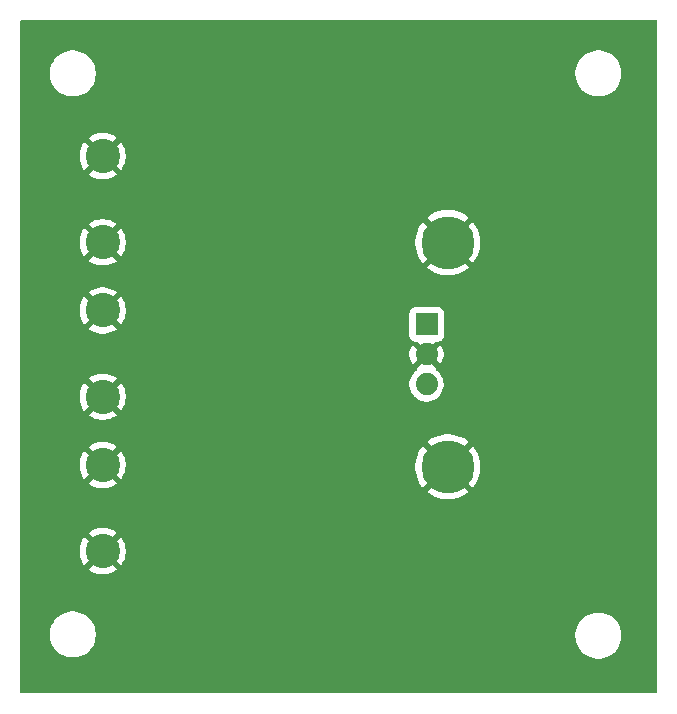
<source format=gbr>
%TF.GenerationSoftware,KiCad,Pcbnew,9.0.5*%
%TF.CreationDate,2026-01-09T15:49:09-08:00*%
%TF.ProjectId,Linear_Voltage_Regulator,4c696e65-6172-45f5-966f-6c746167655f,rev?*%
%TF.SameCoordinates,Original*%
%TF.FileFunction,Copper,L2,Bot*%
%TF.FilePolarity,Positive*%
%FSLAX46Y46*%
G04 Gerber Fmt 4.6, Leading zero omitted, Abs format (unit mm)*
G04 Created by KiCad (PCBNEW 9.0.5) date 2026-01-09 15:49:09*
%MOMM*%
%LPD*%
G01*
G04 APERTURE LIST*
%TA.AperFunction,ComponentPad*%
%ADD10C,2.910000*%
%TD*%
%TA.AperFunction,ComponentPad*%
%ADD11R,1.890000X1.890000*%
%TD*%
%TA.AperFunction,ComponentPad*%
%ADD12C,1.890000*%
%TD*%
%TA.AperFunction,ComponentPad*%
%ADD13C,4.500000*%
%TD*%
%TA.AperFunction,ViaPad*%
%ADD14C,0.600000*%
%TD*%
G04 APERTURE END LIST*
D10*
%TO.P,J3,4,4*%
%TO.N,GND*%
X135030000Y-107650000D03*
%TO.P,J3,3,3*%
X135030000Y-114950000D03*
%TD*%
%TO.P,J1,3,3*%
%TO.N,GND*%
X135030000Y-88800000D03*
%TO.P,J1,4,4*%
X135030000Y-81500000D03*
%TD*%
D11*
%TO.P,IC1,1,INPUT*%
%TO.N,Net-(IC1-INPUT)*%
X162450000Y-95760000D03*
D12*
%TO.P,IC1,2,COMMON*%
%TO.N,GND*%
X162450000Y-98300000D03*
%TO.P,IC1,3,OUTPUT*%
%TO.N,Net-(IC1-OUTPUT)*%
X162450000Y-100840000D03*
%TD*%
D10*
%TO.P,J2,3,3*%
%TO.N,GND*%
X135030000Y-101875000D03*
%TO.P,J2,4,4*%
X135030000Y-94575000D03*
%TD*%
D13*
%TO.P,U1,1,1*%
%TO.N,GND*%
X164259234Y-88821475D03*
%TO.P,U1,2,2*%
X164259234Y-107821475D03*
%TD*%
D14*
%TO.N,GND*%
X177000000Y-99588240D03*
X165970580Y-74500000D03*
X144205880Y-74500000D03*
X150735290Y-74500000D03*
X152911760Y-74500000D03*
X157764700Y-122000000D03*
X168647050Y-122000000D03*
X173000000Y-122000000D03*
X177000000Y-101764710D03*
X177000000Y-97411770D03*
X163794110Y-74500000D03*
X166470580Y-122000000D03*
X137676470Y-74500000D03*
X159941170Y-122000000D03*
X170823520Y-122000000D03*
X177000000Y-114823530D03*
X177000000Y-108294120D03*
X177000000Y-110470590D03*
X146500000Y-105500000D03*
X177000000Y-86529420D03*
X177000000Y-80000000D03*
X168147050Y-74500000D03*
X139852940Y-74500000D03*
X177000000Y-82176480D03*
X157264700Y-74500000D03*
X177000000Y-112647060D03*
X148558820Y-74500000D03*
X177000000Y-90882360D03*
X142029410Y-74500000D03*
X146500000Y-107500000D03*
X155088230Y-74500000D03*
X177000000Y-103941180D03*
X177000000Y-117000000D03*
X136000000Y-122000000D03*
X135500000Y-74500000D03*
X170323520Y-74500000D03*
X164294110Y-122000000D03*
X140352940Y-122000000D03*
X177000000Y-95235300D03*
X161617640Y-74500000D03*
X144705880Y-122000000D03*
X138176470Y-122000000D03*
X146500000Y-103500000D03*
X177000000Y-106117650D03*
X159441170Y-74500000D03*
X177000000Y-88705890D03*
X177000000Y-93058830D03*
X177000000Y-84352950D03*
X162117640Y-122000000D03*
X172500000Y-74500000D03*
X146382350Y-74500000D03*
X155588230Y-122000000D03*
X142529410Y-122000000D03*
%TD*%
%TA.AperFunction,Conductor*%
%TO.N,GND*%
G36*
X181942539Y-70020185D02*
G01*
X181988294Y-70072989D01*
X181999500Y-70124500D01*
X181999500Y-126875500D01*
X181979815Y-126942539D01*
X181927011Y-126988294D01*
X181875500Y-126999500D01*
X128124500Y-126999500D01*
X128057461Y-126979815D01*
X128011706Y-126927011D01*
X128000500Y-126875500D01*
X128000500Y-121872149D01*
X130549500Y-121872149D01*
X130549500Y-122127850D01*
X130562665Y-122227843D01*
X130582874Y-122381340D01*
X130609669Y-122481340D01*
X130649050Y-122628312D01*
X130649053Y-122628322D01*
X130746894Y-122864531D01*
X130746899Y-122864542D01*
X130874734Y-123085957D01*
X130874745Y-123085973D01*
X131030388Y-123288811D01*
X131030394Y-123288818D01*
X131211181Y-123469605D01*
X131211187Y-123469610D01*
X131414035Y-123625261D01*
X131414042Y-123625265D01*
X131635457Y-123753100D01*
X131635462Y-123753102D01*
X131635465Y-123753104D01*
X131871687Y-123850950D01*
X132118660Y-123917126D01*
X132372157Y-123950500D01*
X132372164Y-123950500D01*
X132627836Y-123950500D01*
X132627843Y-123950500D01*
X132881340Y-123917126D01*
X133128313Y-123850950D01*
X133364535Y-123753104D01*
X133585965Y-123625261D01*
X133788813Y-123469610D01*
X133969610Y-123288813D01*
X134125261Y-123085965D01*
X134253104Y-122864535D01*
X134350950Y-122628313D01*
X134417126Y-122381340D01*
X134450500Y-122127843D01*
X134450500Y-121972149D01*
X175049500Y-121972149D01*
X175049500Y-122227850D01*
X175075457Y-122425007D01*
X175082874Y-122481340D01*
X175122258Y-122628322D01*
X175149050Y-122728312D01*
X175149053Y-122728322D01*
X175246894Y-122964531D01*
X175246899Y-122964542D01*
X175374734Y-123185957D01*
X175374745Y-123185973D01*
X175530388Y-123388811D01*
X175530394Y-123388818D01*
X175711181Y-123569605D01*
X175711188Y-123569611D01*
X175783713Y-123625261D01*
X175914035Y-123725261D01*
X175914042Y-123725265D01*
X176135457Y-123853100D01*
X176135462Y-123853102D01*
X176135465Y-123853104D01*
X176284426Y-123914805D01*
X176370600Y-123950500D01*
X176371687Y-123950950D01*
X176618660Y-124017126D01*
X176872157Y-124050500D01*
X176872164Y-124050500D01*
X177127836Y-124050500D01*
X177127843Y-124050500D01*
X177381340Y-124017126D01*
X177628313Y-123950950D01*
X177864535Y-123853104D01*
X178085965Y-123725261D01*
X178288813Y-123569610D01*
X178469610Y-123388813D01*
X178625261Y-123185965D01*
X178753104Y-122964535D01*
X178850950Y-122728313D01*
X178917126Y-122481340D01*
X178950500Y-122227843D01*
X178950500Y-121972157D01*
X178917126Y-121718660D01*
X178850950Y-121471687D01*
X178820280Y-121397644D01*
X178753105Y-121235468D01*
X178753100Y-121235457D01*
X178625265Y-121014042D01*
X178625261Y-121014035D01*
X178469610Y-120811187D01*
X178469605Y-120811181D01*
X178288818Y-120630394D01*
X178288811Y-120630388D01*
X178085973Y-120474745D01*
X178085971Y-120474743D01*
X178085965Y-120474739D01*
X178085960Y-120474736D01*
X178085957Y-120474734D01*
X177864542Y-120346899D01*
X177864531Y-120346894D01*
X177628322Y-120249053D01*
X177628315Y-120249051D01*
X177628313Y-120249050D01*
X177381340Y-120182874D01*
X177325007Y-120175457D01*
X177127850Y-120149500D01*
X177127843Y-120149500D01*
X176872157Y-120149500D01*
X176872149Y-120149500D01*
X176646826Y-120179165D01*
X176618660Y-120182874D01*
X176379733Y-120246894D01*
X176371687Y-120249050D01*
X176371677Y-120249053D01*
X176135468Y-120346894D01*
X176135457Y-120346899D01*
X175914042Y-120474734D01*
X175914026Y-120474745D01*
X175711188Y-120630388D01*
X175711181Y-120630394D01*
X175530394Y-120811181D01*
X175530388Y-120811188D01*
X175374745Y-121014026D01*
X175374734Y-121014042D01*
X175246899Y-121235457D01*
X175246894Y-121235468D01*
X175149053Y-121471677D01*
X175149050Y-121471687D01*
X175082874Y-121718661D01*
X175049500Y-121972149D01*
X134450500Y-121972149D01*
X134450500Y-121872157D01*
X134417126Y-121618660D01*
X134350950Y-121371687D01*
X134253104Y-121135465D01*
X134253102Y-121135462D01*
X134253100Y-121135457D01*
X134125265Y-120914042D01*
X134125261Y-120914035D01*
X133969610Y-120711187D01*
X133969605Y-120711181D01*
X133788818Y-120530394D01*
X133788811Y-120530388D01*
X133585973Y-120374745D01*
X133585971Y-120374743D01*
X133585965Y-120374739D01*
X133585960Y-120374736D01*
X133585957Y-120374734D01*
X133364542Y-120246899D01*
X133364531Y-120246894D01*
X133128322Y-120149053D01*
X133128315Y-120149051D01*
X133128313Y-120149050D01*
X132881340Y-120082874D01*
X132825007Y-120075457D01*
X132627850Y-120049500D01*
X132627843Y-120049500D01*
X132372157Y-120049500D01*
X132372149Y-120049500D01*
X132146826Y-120079165D01*
X132118660Y-120082874D01*
X131871687Y-120149050D01*
X131871677Y-120149053D01*
X131635468Y-120246894D01*
X131635457Y-120246899D01*
X131414042Y-120374734D01*
X131414026Y-120374745D01*
X131211188Y-120530388D01*
X131211181Y-120530394D01*
X131030394Y-120711181D01*
X131030388Y-120711188D01*
X130874745Y-120914026D01*
X130874734Y-120914042D01*
X130746899Y-121135457D01*
X130746894Y-121135468D01*
X130649053Y-121371677D01*
X130649050Y-121371687D01*
X130582874Y-121618661D01*
X130549500Y-121872149D01*
X128000500Y-121872149D01*
X128000500Y-114821862D01*
X133075000Y-114821862D01*
X133075000Y-115078137D01*
X133108448Y-115332209D01*
X133108451Y-115332222D01*
X133174779Y-115579765D01*
X133272849Y-115816526D01*
X133272851Y-115816530D01*
X133400989Y-116038469D01*
X133400990Y-116038470D01*
X133482174Y-116144271D01*
X134018536Y-115607908D01*
X134110878Y-115735005D01*
X134244995Y-115869122D01*
X134372089Y-115961461D01*
X133835727Y-116497823D01*
X133835727Y-116497824D01*
X133941529Y-116579009D01*
X133941530Y-116579010D01*
X134163469Y-116707148D01*
X134163473Y-116707150D01*
X134400234Y-116805220D01*
X134647777Y-116871548D01*
X134647790Y-116871551D01*
X134901862Y-116905000D01*
X135158138Y-116905000D01*
X135412209Y-116871551D01*
X135412222Y-116871548D01*
X135659765Y-116805220D01*
X135896526Y-116707150D01*
X135896530Y-116707148D01*
X136118479Y-116579005D01*
X136224271Y-116497826D01*
X136224271Y-116497823D01*
X135687909Y-115961462D01*
X135815005Y-115869122D01*
X135949122Y-115735005D01*
X136041462Y-115607910D01*
X136577823Y-116144271D01*
X136577826Y-116144271D01*
X136659005Y-116038479D01*
X136787148Y-115816530D01*
X136787150Y-115816526D01*
X136885220Y-115579765D01*
X136951548Y-115332222D01*
X136951551Y-115332209D01*
X136985000Y-115078137D01*
X136985000Y-114821862D01*
X136951551Y-114567790D01*
X136951548Y-114567777D01*
X136885220Y-114320234D01*
X136787150Y-114083473D01*
X136787148Y-114083469D01*
X136659010Y-113861530D01*
X136659009Y-113861529D01*
X136577824Y-113755727D01*
X136577823Y-113755727D01*
X136041461Y-114292089D01*
X135949122Y-114164995D01*
X135815005Y-114030878D01*
X135687908Y-113938536D01*
X136224271Y-113402174D01*
X136118470Y-113320990D01*
X136118469Y-113320989D01*
X135896530Y-113192851D01*
X135896526Y-113192849D01*
X135659765Y-113094779D01*
X135412222Y-113028451D01*
X135412209Y-113028448D01*
X135158138Y-112995000D01*
X134901862Y-112995000D01*
X134647790Y-113028448D01*
X134647777Y-113028451D01*
X134400234Y-113094779D01*
X134163473Y-113192849D01*
X134163469Y-113192851D01*
X133941530Y-113320989D01*
X133941520Y-113320995D01*
X133835727Y-113402173D01*
X133835727Y-113402174D01*
X134372090Y-113938537D01*
X134244995Y-114030878D01*
X134110878Y-114164995D01*
X134018537Y-114292090D01*
X133482174Y-113755727D01*
X133482173Y-113755727D01*
X133400995Y-113861520D01*
X133400989Y-113861530D01*
X133272851Y-114083469D01*
X133272849Y-114083473D01*
X133174779Y-114320234D01*
X133108451Y-114567777D01*
X133108448Y-114567790D01*
X133075000Y-114821862D01*
X128000500Y-114821862D01*
X128000500Y-107521862D01*
X133075000Y-107521862D01*
X133075000Y-107778137D01*
X133108448Y-108032209D01*
X133108451Y-108032222D01*
X133174779Y-108279765D01*
X133272849Y-108516526D01*
X133272851Y-108516530D01*
X133400989Y-108738469D01*
X133400990Y-108738470D01*
X133482174Y-108844271D01*
X134018536Y-108307908D01*
X134110878Y-108435005D01*
X134244995Y-108569122D01*
X134372089Y-108661461D01*
X133835727Y-109197823D01*
X133835727Y-109197824D01*
X133941529Y-109279009D01*
X133941530Y-109279010D01*
X134163469Y-109407148D01*
X134163473Y-109407150D01*
X134400234Y-109505220D01*
X134647777Y-109571548D01*
X134647790Y-109571551D01*
X134901862Y-109605000D01*
X135158138Y-109605000D01*
X135412209Y-109571551D01*
X135412222Y-109571548D01*
X135659765Y-109505220D01*
X135896526Y-109407150D01*
X135896530Y-109407148D01*
X136118479Y-109279005D01*
X136224271Y-109197826D01*
X136224271Y-109197823D01*
X135687909Y-108661462D01*
X135815005Y-108569122D01*
X135949122Y-108435005D01*
X136041462Y-108307910D01*
X136577823Y-108844271D01*
X136577826Y-108844271D01*
X136659005Y-108738479D01*
X136787148Y-108516530D01*
X136787150Y-108516526D01*
X136885220Y-108279765D01*
X136951548Y-108032222D01*
X136951551Y-108032209D01*
X136985000Y-107778137D01*
X136985000Y-107667033D01*
X161509234Y-107667033D01*
X161509234Y-107975916D01*
X161543815Y-108282830D01*
X161543817Y-108282842D01*
X161612548Y-108583974D01*
X161714562Y-108875514D01*
X161848575Y-109153795D01*
X162012903Y-109415320D01*
X162145527Y-109581627D01*
X163036574Y-108690580D01*
X163115098Y-108798659D01*
X163282050Y-108965611D01*
X163390127Y-109044133D01*
X162499079Y-109935181D01*
X162665376Y-110067798D01*
X162665378Y-110067799D01*
X162926913Y-110232133D01*
X163205194Y-110366146D01*
X163496735Y-110468160D01*
X163496733Y-110468160D01*
X163797866Y-110536891D01*
X163797878Y-110536893D01*
X164104792Y-110571474D01*
X164104794Y-110571475D01*
X164413674Y-110571475D01*
X164413675Y-110571474D01*
X164720589Y-110536893D01*
X164720601Y-110536891D01*
X165021733Y-110468160D01*
X165313273Y-110366146D01*
X165591554Y-110232133D01*
X165853085Y-110067801D01*
X166019387Y-109935181D01*
X165128340Y-109044134D01*
X165236418Y-108965611D01*
X165403370Y-108798659D01*
X165481893Y-108690581D01*
X166372940Y-109581628D01*
X166505560Y-109415326D01*
X166669892Y-109153795D01*
X166803905Y-108875514D01*
X166905919Y-108583974D01*
X166974650Y-108282842D01*
X166974652Y-108282830D01*
X167009233Y-107975916D01*
X167009234Y-107975914D01*
X167009234Y-107667035D01*
X167009233Y-107667033D01*
X166974652Y-107360119D01*
X166974650Y-107360107D01*
X166905919Y-107058975D01*
X166803905Y-106767435D01*
X166669892Y-106489154D01*
X166505558Y-106227619D01*
X166505557Y-106227617D01*
X166372940Y-106061320D01*
X165481892Y-106952368D01*
X165403370Y-106844291D01*
X165236418Y-106677339D01*
X165128338Y-106598815D01*
X166019386Y-105707768D01*
X165853079Y-105575144D01*
X165591554Y-105410816D01*
X165313273Y-105276803D01*
X165021732Y-105174789D01*
X165021734Y-105174789D01*
X164720601Y-105106058D01*
X164720589Y-105106056D01*
X164413675Y-105071475D01*
X164104792Y-105071475D01*
X163797878Y-105106056D01*
X163797866Y-105106058D01*
X163496734Y-105174789D01*
X163205194Y-105276803D01*
X162926913Y-105410816D01*
X162665378Y-105575150D01*
X162665374Y-105575153D01*
X162499079Y-105707767D01*
X163390127Y-106598815D01*
X163282050Y-106677339D01*
X163115098Y-106844291D01*
X163036574Y-106952368D01*
X162145526Y-106061320D01*
X162012912Y-106227615D01*
X162012909Y-106227619D01*
X161848575Y-106489154D01*
X161714562Y-106767435D01*
X161612548Y-107058975D01*
X161543817Y-107360107D01*
X161543815Y-107360119D01*
X161509234Y-107667033D01*
X136985000Y-107667033D01*
X136985000Y-107521862D01*
X136951551Y-107267790D01*
X136951548Y-107267777D01*
X136885220Y-107020234D01*
X136787150Y-106783473D01*
X136787148Y-106783469D01*
X136659010Y-106561530D01*
X136659009Y-106561529D01*
X136577824Y-106455727D01*
X136577823Y-106455727D01*
X136041461Y-106992089D01*
X135949122Y-106864995D01*
X135815005Y-106730878D01*
X135687908Y-106638536D01*
X136224271Y-106102174D01*
X136118470Y-106020990D01*
X136118469Y-106020989D01*
X135896530Y-105892851D01*
X135896521Y-105892846D01*
X135843235Y-105870775D01*
X135843234Y-105870775D01*
X135659765Y-105794779D01*
X135412222Y-105728451D01*
X135412209Y-105728448D01*
X135158138Y-105695000D01*
X134901862Y-105695000D01*
X134647790Y-105728448D01*
X134647777Y-105728451D01*
X134400234Y-105794779D01*
X134163473Y-105892849D01*
X134163469Y-105892851D01*
X133941530Y-106020989D01*
X133941520Y-106020995D01*
X133835727Y-106102173D01*
X133835727Y-106102174D01*
X134372090Y-106638537D01*
X134244995Y-106730878D01*
X134110878Y-106864995D01*
X134018537Y-106992090D01*
X133482174Y-106455727D01*
X133482173Y-106455727D01*
X133400995Y-106561520D01*
X133400989Y-106561530D01*
X133272851Y-106783469D01*
X133272849Y-106783473D01*
X133174779Y-107020234D01*
X133108451Y-107267777D01*
X133108448Y-107267790D01*
X133075000Y-107521862D01*
X128000500Y-107521862D01*
X128000500Y-101746862D01*
X133075000Y-101746862D01*
X133075000Y-102003137D01*
X133108448Y-102257209D01*
X133108451Y-102257222D01*
X133174779Y-102504765D01*
X133272849Y-102741526D01*
X133272851Y-102741530D01*
X133400989Y-102963469D01*
X133400990Y-102963470D01*
X133482174Y-103069271D01*
X134018536Y-102532908D01*
X134110878Y-102660005D01*
X134244995Y-102794122D01*
X134372089Y-102886461D01*
X133835727Y-103422823D01*
X133835727Y-103422824D01*
X133941529Y-103504009D01*
X133941530Y-103504010D01*
X134163469Y-103632148D01*
X134163473Y-103632150D01*
X134400234Y-103730220D01*
X134647777Y-103796548D01*
X134647790Y-103796551D01*
X134901862Y-103830000D01*
X135158138Y-103830000D01*
X135412209Y-103796551D01*
X135412222Y-103796548D01*
X135659765Y-103730220D01*
X135896526Y-103632150D01*
X135896530Y-103632148D01*
X136118479Y-103504005D01*
X136224271Y-103422826D01*
X136224271Y-103422823D01*
X135687909Y-102886462D01*
X135815005Y-102794122D01*
X135949122Y-102660005D01*
X136041462Y-102532910D01*
X136577823Y-103069271D01*
X136577826Y-103069271D01*
X136659005Y-102963479D01*
X136787148Y-102741530D01*
X136787150Y-102741526D01*
X136885220Y-102504765D01*
X136951548Y-102257222D01*
X136951551Y-102257209D01*
X136985000Y-102003137D01*
X136985000Y-101746862D01*
X136951551Y-101492790D01*
X136951548Y-101492777D01*
X136885220Y-101245234D01*
X136787150Y-101008473D01*
X136787145Y-101008462D01*
X136659017Y-100786540D01*
X136659009Y-100786529D01*
X136577824Y-100680727D01*
X136577823Y-100680727D01*
X136041461Y-101217089D01*
X135949122Y-101089995D01*
X135815005Y-100955878D01*
X135687908Y-100863536D01*
X136224271Y-100327174D01*
X136118470Y-100245990D01*
X136118469Y-100245989D01*
X135896530Y-100117851D01*
X135896526Y-100117849D01*
X135659765Y-100019779D01*
X135412222Y-99953451D01*
X135412209Y-99953448D01*
X135158138Y-99920000D01*
X134901862Y-99920000D01*
X134647790Y-99953448D01*
X134647777Y-99953451D01*
X134400234Y-100019779D01*
X134163473Y-100117849D01*
X134163469Y-100117851D01*
X133941530Y-100245989D01*
X133941520Y-100245995D01*
X133835727Y-100327173D01*
X133835727Y-100327174D01*
X134372090Y-100863537D01*
X134244995Y-100955878D01*
X134110878Y-101089995D01*
X134018537Y-101217090D01*
X133482174Y-100680727D01*
X133482173Y-100680727D01*
X133400995Y-100786520D01*
X133400989Y-100786530D01*
X133272851Y-101008469D01*
X133272849Y-101008473D01*
X133174779Y-101245234D01*
X133108451Y-101492777D01*
X133108448Y-101492790D01*
X133075000Y-101746862D01*
X128000500Y-101746862D01*
X128000500Y-94446862D01*
X133075000Y-94446862D01*
X133075000Y-94703137D01*
X133108448Y-94957209D01*
X133108451Y-94957222D01*
X133174779Y-95204765D01*
X133272849Y-95441526D01*
X133272851Y-95441530D01*
X133400989Y-95663469D01*
X133400990Y-95663470D01*
X133482174Y-95769271D01*
X134018536Y-95232908D01*
X134110878Y-95360005D01*
X134244995Y-95494122D01*
X134372089Y-95586461D01*
X133835727Y-96122823D01*
X133835727Y-96122824D01*
X133941529Y-96204009D01*
X133941530Y-96204010D01*
X134163469Y-96332148D01*
X134163473Y-96332150D01*
X134400234Y-96430220D01*
X134647777Y-96496548D01*
X134647790Y-96496551D01*
X134901862Y-96530000D01*
X135158138Y-96530000D01*
X135412209Y-96496551D01*
X135412222Y-96496548D01*
X135659765Y-96430220D01*
X135896526Y-96332150D01*
X135896530Y-96332148D01*
X136118479Y-96204005D01*
X136224271Y-96122826D01*
X136224271Y-96122823D01*
X135687909Y-95586462D01*
X135815005Y-95494122D01*
X135949122Y-95360005D01*
X136041462Y-95232910D01*
X136577823Y-95769271D01*
X136577826Y-95769271D01*
X136659005Y-95663479D01*
X136787148Y-95441530D01*
X136787150Y-95441526D01*
X136885220Y-95204765D01*
X136951548Y-94957222D01*
X136951551Y-94957209D01*
X136976575Y-94767135D01*
X161004500Y-94767135D01*
X161004500Y-96752870D01*
X161004501Y-96752876D01*
X161010908Y-96812483D01*
X161061202Y-96947328D01*
X161061206Y-96947335D01*
X161147452Y-97062544D01*
X161147455Y-97062547D01*
X161262664Y-97148793D01*
X161262671Y-97148797D01*
X161307618Y-97165561D01*
X161397517Y-97199091D01*
X161457127Y-97205500D01*
X161657693Y-97205499D01*
X161724730Y-97225183D01*
X161745372Y-97241818D01*
X162217819Y-97714265D01*
X162151583Y-97741702D01*
X162048399Y-97810647D01*
X161960647Y-97898399D01*
X161891702Y-98001583D01*
X161864266Y-98067819D01*
X161266716Y-97470269D01*
X161266716Y-97470270D01*
X161214125Y-97542654D01*
X161110864Y-97745315D01*
X161040581Y-97961623D01*
X161040581Y-97961626D01*
X161005000Y-98186276D01*
X161005000Y-98413723D01*
X161040581Y-98638373D01*
X161040581Y-98638376D01*
X161110864Y-98854684D01*
X161214121Y-99057337D01*
X161214125Y-99057343D01*
X161266716Y-99129728D01*
X161266717Y-99129729D01*
X161864265Y-98532180D01*
X161891702Y-98598417D01*
X161960647Y-98701601D01*
X162048399Y-98789353D01*
X162151583Y-98858298D01*
X162217819Y-98885734D01*
X161620270Y-99483282D01*
X161621227Y-99495442D01*
X161643789Y-99524701D01*
X161649768Y-99594314D01*
X161617162Y-99656109D01*
X161601124Y-99670006D01*
X161508326Y-99737429D01*
X161508317Y-99737436D01*
X161347436Y-99898317D01*
X161347436Y-99898318D01*
X161347434Y-99898320D01*
X161331683Y-99920000D01*
X161213697Y-100082392D01*
X161110401Y-100285120D01*
X161110400Y-100285123D01*
X161040093Y-100501509D01*
X161004500Y-100726231D01*
X161004500Y-100953768D01*
X161040093Y-101178490D01*
X161110400Y-101394876D01*
X161110401Y-101394879D01*
X161160283Y-101492777D01*
X161213697Y-101597607D01*
X161347434Y-101781680D01*
X161508320Y-101942566D01*
X161692393Y-102076303D01*
X161791825Y-102126966D01*
X161895120Y-102179598D01*
X161895123Y-102179599D01*
X162003316Y-102214752D01*
X162111511Y-102249907D01*
X162215591Y-102266391D01*
X162336232Y-102285500D01*
X162336237Y-102285500D01*
X162563768Y-102285500D01*
X162672710Y-102268244D01*
X162788489Y-102249907D01*
X163004879Y-102179598D01*
X163207607Y-102076303D01*
X163391680Y-101942566D01*
X163552566Y-101781680D01*
X163686303Y-101597607D01*
X163789598Y-101394879D01*
X163859907Y-101178489D01*
X163886835Y-101008473D01*
X163895500Y-100953768D01*
X163895500Y-100726231D01*
X163874793Y-100595499D01*
X163859907Y-100501511D01*
X163803262Y-100327174D01*
X163789599Y-100285123D01*
X163789598Y-100285120D01*
X163736966Y-100181825D01*
X163686303Y-100082393D01*
X163552566Y-99898320D01*
X163391680Y-99737434D01*
X163298875Y-99670007D01*
X163256210Y-99614676D01*
X163250231Y-99545063D01*
X163279185Y-99490189D01*
X163279728Y-99483282D01*
X162682180Y-98885734D01*
X162748417Y-98858298D01*
X162851601Y-98789353D01*
X162939353Y-98701601D01*
X163008298Y-98598417D01*
X163035734Y-98532180D01*
X163633282Y-99129728D01*
X163633283Y-99129728D01*
X163685874Y-99057345D01*
X163789135Y-98854684D01*
X163859418Y-98638376D01*
X163859418Y-98638373D01*
X163895000Y-98413723D01*
X163895000Y-98186276D01*
X163859418Y-97961626D01*
X163859418Y-97961623D01*
X163789135Y-97745315D01*
X163685874Y-97542654D01*
X163633282Y-97470270D01*
X163035733Y-98067818D01*
X163008298Y-98001583D01*
X162939353Y-97898399D01*
X162851601Y-97810647D01*
X162748417Y-97741702D01*
X162682180Y-97714265D01*
X163154627Y-97241818D01*
X163215950Y-97208333D01*
X163242307Y-97205499D01*
X163442872Y-97205499D01*
X163502483Y-97199091D01*
X163637331Y-97148796D01*
X163752546Y-97062546D01*
X163838796Y-96947331D01*
X163889091Y-96812483D01*
X163895500Y-96752873D01*
X163895499Y-94767128D01*
X163889091Y-94707517D01*
X163887457Y-94703137D01*
X163838797Y-94572671D01*
X163838793Y-94572664D01*
X163752547Y-94457455D01*
X163752544Y-94457452D01*
X163637335Y-94371206D01*
X163637328Y-94371202D01*
X163502482Y-94320908D01*
X163502483Y-94320908D01*
X163442883Y-94314501D01*
X163442881Y-94314500D01*
X163442873Y-94314500D01*
X163442864Y-94314500D01*
X161457129Y-94314500D01*
X161457123Y-94314501D01*
X161397516Y-94320908D01*
X161262671Y-94371202D01*
X161262664Y-94371206D01*
X161147455Y-94457452D01*
X161147452Y-94457455D01*
X161061206Y-94572664D01*
X161061202Y-94572671D01*
X161010908Y-94707517D01*
X161006597Y-94747620D01*
X161004501Y-94767123D01*
X161004500Y-94767135D01*
X136976575Y-94767135D01*
X136979144Y-94747621D01*
X136979144Y-94747620D01*
X136985000Y-94703138D01*
X136985000Y-94446862D01*
X136951551Y-94192790D01*
X136951548Y-94192777D01*
X136885220Y-93945234D01*
X136787150Y-93708473D01*
X136787148Y-93708469D01*
X136659010Y-93486530D01*
X136659009Y-93486529D01*
X136577824Y-93380727D01*
X136577823Y-93380727D01*
X136041461Y-93917089D01*
X135949122Y-93789995D01*
X135815005Y-93655878D01*
X135687908Y-93563536D01*
X136224271Y-93027174D01*
X136118470Y-92945990D01*
X136118469Y-92945989D01*
X135896530Y-92817851D01*
X135896526Y-92817849D01*
X135659765Y-92719779D01*
X135412222Y-92653451D01*
X135412209Y-92653448D01*
X135158138Y-92620000D01*
X134901862Y-92620000D01*
X134647790Y-92653448D01*
X134647777Y-92653451D01*
X134400234Y-92719779D01*
X134163473Y-92817849D01*
X134163469Y-92817851D01*
X133941530Y-92945989D01*
X133941520Y-92945995D01*
X133835727Y-93027173D01*
X133835727Y-93027174D01*
X134372090Y-93563537D01*
X134244995Y-93655878D01*
X134110878Y-93789995D01*
X134018537Y-93917090D01*
X133482174Y-93380727D01*
X133482173Y-93380727D01*
X133400995Y-93486520D01*
X133400989Y-93486530D01*
X133272851Y-93708469D01*
X133272849Y-93708473D01*
X133174779Y-93945234D01*
X133108451Y-94192777D01*
X133108448Y-94192790D01*
X133075000Y-94446862D01*
X128000500Y-94446862D01*
X128000500Y-88671862D01*
X133075000Y-88671862D01*
X133075000Y-88928137D01*
X133108448Y-89182209D01*
X133108451Y-89182222D01*
X133174779Y-89429765D01*
X133272849Y-89666526D01*
X133272851Y-89666530D01*
X133400989Y-89888469D01*
X133400990Y-89888470D01*
X133482174Y-89994271D01*
X134018536Y-89457908D01*
X134110878Y-89585005D01*
X134244995Y-89719122D01*
X134372089Y-89811461D01*
X133835727Y-90347823D01*
X133835727Y-90347824D01*
X133941529Y-90429009D01*
X133941530Y-90429010D01*
X134163469Y-90557148D01*
X134163473Y-90557150D01*
X134400234Y-90655220D01*
X134647777Y-90721548D01*
X134647790Y-90721551D01*
X134901862Y-90755000D01*
X135158138Y-90755000D01*
X135412209Y-90721551D01*
X135412222Y-90721548D01*
X135659765Y-90655220D01*
X135896526Y-90557150D01*
X135896530Y-90557148D01*
X136118479Y-90429005D01*
X136224271Y-90347826D01*
X136224271Y-90347823D01*
X135687909Y-89811462D01*
X135815005Y-89719122D01*
X135949122Y-89585005D01*
X136041462Y-89457910D01*
X136577823Y-89994271D01*
X136577826Y-89994271D01*
X136659005Y-89888479D01*
X136787148Y-89666530D01*
X136787150Y-89666526D01*
X136885220Y-89429765D01*
X136951548Y-89182222D01*
X136951551Y-89182209D01*
X136985000Y-88928137D01*
X136985000Y-88671862D01*
X136984364Y-88667033D01*
X161509234Y-88667033D01*
X161509234Y-88975916D01*
X161543815Y-89282830D01*
X161543817Y-89282842D01*
X161612548Y-89583974D01*
X161714562Y-89875514D01*
X161848575Y-90153795D01*
X162012903Y-90415320D01*
X162145527Y-90581627D01*
X163036574Y-89690580D01*
X163115098Y-89798659D01*
X163282050Y-89965611D01*
X163390127Y-90044133D01*
X162499079Y-90935181D01*
X162665376Y-91067798D01*
X162665378Y-91067799D01*
X162926913Y-91232133D01*
X163205194Y-91366146D01*
X163496735Y-91468160D01*
X163496733Y-91468160D01*
X163797866Y-91536891D01*
X163797878Y-91536893D01*
X164104792Y-91571474D01*
X164104794Y-91571475D01*
X164413674Y-91571475D01*
X164413675Y-91571474D01*
X164720589Y-91536893D01*
X164720601Y-91536891D01*
X165021733Y-91468160D01*
X165313273Y-91366146D01*
X165591554Y-91232133D01*
X165853085Y-91067801D01*
X166019387Y-90935181D01*
X165128340Y-90044134D01*
X165236418Y-89965611D01*
X165403370Y-89798659D01*
X165481893Y-89690581D01*
X166372940Y-90581628D01*
X166505560Y-90415326D01*
X166669892Y-90153795D01*
X166803905Y-89875514D01*
X166905919Y-89583974D01*
X166974650Y-89282842D01*
X166974652Y-89282830D01*
X167009233Y-88975916D01*
X167009234Y-88975914D01*
X167009234Y-88667035D01*
X167009233Y-88667033D01*
X166974652Y-88360119D01*
X166974650Y-88360107D01*
X166905919Y-88058975D01*
X166803905Y-87767435D01*
X166669892Y-87489154D01*
X166505558Y-87227619D01*
X166505557Y-87227617D01*
X166372940Y-87061320D01*
X165481892Y-87952368D01*
X165403370Y-87844291D01*
X165236418Y-87677339D01*
X165128338Y-87598815D01*
X166019386Y-86707768D01*
X165853079Y-86575144D01*
X165591554Y-86410816D01*
X165313273Y-86276803D01*
X165021732Y-86174789D01*
X165021734Y-86174789D01*
X164720601Y-86106058D01*
X164720589Y-86106056D01*
X164413675Y-86071475D01*
X164104792Y-86071475D01*
X163797878Y-86106056D01*
X163797866Y-86106058D01*
X163496734Y-86174789D01*
X163205194Y-86276803D01*
X162926913Y-86410816D01*
X162665378Y-86575150D01*
X162665374Y-86575153D01*
X162499079Y-86707767D01*
X163390127Y-87598815D01*
X163282050Y-87677339D01*
X163115098Y-87844291D01*
X163036574Y-87952368D01*
X162145526Y-87061320D01*
X162012912Y-87227615D01*
X162012909Y-87227619D01*
X161848575Y-87489154D01*
X161714562Y-87767435D01*
X161612548Y-88058975D01*
X161543817Y-88360107D01*
X161543815Y-88360119D01*
X161509234Y-88667033D01*
X136984364Y-88667033D01*
X136951551Y-88417790D01*
X136951548Y-88417777D01*
X136885220Y-88170234D01*
X136787150Y-87933473D01*
X136787148Y-87933469D01*
X136659010Y-87711530D01*
X136659009Y-87711529D01*
X136577824Y-87605727D01*
X136577823Y-87605727D01*
X136041461Y-88142089D01*
X135949122Y-88014995D01*
X135815005Y-87880878D01*
X135687908Y-87788536D01*
X136224271Y-87252174D01*
X136118470Y-87170990D01*
X136118469Y-87170989D01*
X135896530Y-87042851D01*
X135896526Y-87042849D01*
X135659765Y-86944779D01*
X135412216Y-86878449D01*
X135158138Y-86845000D01*
X134901862Y-86845000D01*
X134647790Y-86878448D01*
X134647777Y-86878451D01*
X134400234Y-86944779D01*
X134163473Y-87042849D01*
X134163469Y-87042851D01*
X133941530Y-87170989D01*
X133941520Y-87170995D01*
X133835727Y-87252173D01*
X133835727Y-87252174D01*
X134372090Y-87788537D01*
X134244995Y-87880878D01*
X134110878Y-88014995D01*
X134018537Y-88142090D01*
X133482174Y-87605727D01*
X133482173Y-87605727D01*
X133400995Y-87711520D01*
X133400989Y-87711530D01*
X133272851Y-87933469D01*
X133272849Y-87933473D01*
X133174779Y-88170234D01*
X133108451Y-88417777D01*
X133108448Y-88417790D01*
X133075000Y-88671862D01*
X128000500Y-88671862D01*
X128000500Y-81371862D01*
X133075000Y-81371862D01*
X133075000Y-81628137D01*
X133108448Y-81882209D01*
X133108451Y-81882222D01*
X133174779Y-82129765D01*
X133272849Y-82366526D01*
X133272851Y-82366530D01*
X133400989Y-82588469D01*
X133400990Y-82588470D01*
X133482174Y-82694271D01*
X134018536Y-82157908D01*
X134110878Y-82285005D01*
X134244995Y-82419122D01*
X134372089Y-82511461D01*
X133835727Y-83047823D01*
X133835727Y-83047824D01*
X133941529Y-83129009D01*
X133941530Y-83129010D01*
X134163469Y-83257148D01*
X134163473Y-83257150D01*
X134400234Y-83355220D01*
X134647777Y-83421548D01*
X134647790Y-83421551D01*
X134901862Y-83455000D01*
X135158138Y-83455000D01*
X135412209Y-83421551D01*
X135412222Y-83421548D01*
X135659765Y-83355220D01*
X135896526Y-83257150D01*
X135896530Y-83257148D01*
X136118479Y-83129005D01*
X136224271Y-83047826D01*
X136224271Y-83047823D01*
X135687909Y-82511462D01*
X135815005Y-82419122D01*
X135949122Y-82285005D01*
X136041462Y-82157910D01*
X136577823Y-82694271D01*
X136577826Y-82694271D01*
X136659005Y-82588479D01*
X136787148Y-82366530D01*
X136787150Y-82366526D01*
X136885220Y-82129765D01*
X136951548Y-81882222D01*
X136951551Y-81882209D01*
X136985000Y-81628137D01*
X136985000Y-81371862D01*
X136951551Y-81117790D01*
X136951548Y-81117777D01*
X136885220Y-80870234D01*
X136787150Y-80633473D01*
X136787148Y-80633469D01*
X136659010Y-80411530D01*
X136659009Y-80411529D01*
X136577824Y-80305727D01*
X136577823Y-80305727D01*
X136041461Y-80842089D01*
X135949122Y-80714995D01*
X135815005Y-80580878D01*
X135687908Y-80488536D01*
X136224271Y-79952174D01*
X136118470Y-79870990D01*
X136118469Y-79870989D01*
X135896530Y-79742851D01*
X135896526Y-79742849D01*
X135659765Y-79644779D01*
X135412222Y-79578451D01*
X135412209Y-79578448D01*
X135158138Y-79545000D01*
X134901862Y-79545000D01*
X134647790Y-79578448D01*
X134647777Y-79578451D01*
X134400234Y-79644779D01*
X134163473Y-79742849D01*
X134163469Y-79742851D01*
X133941530Y-79870989D01*
X133941520Y-79870995D01*
X133835727Y-79952173D01*
X133835727Y-79952174D01*
X134372090Y-80488537D01*
X134244995Y-80580878D01*
X134110878Y-80714995D01*
X134018537Y-80842090D01*
X133482174Y-80305727D01*
X133482173Y-80305727D01*
X133400995Y-80411520D01*
X133400989Y-80411530D01*
X133272851Y-80633469D01*
X133272849Y-80633473D01*
X133174779Y-80870234D01*
X133108451Y-81117777D01*
X133108448Y-81117790D01*
X133075000Y-81371862D01*
X128000500Y-81371862D01*
X128000500Y-74372149D01*
X130549500Y-74372149D01*
X130549500Y-74627850D01*
X130568956Y-74775625D01*
X130582874Y-74881340D01*
X130600626Y-74947591D01*
X130649050Y-75128312D01*
X130649053Y-75128322D01*
X130746894Y-75364531D01*
X130746899Y-75364542D01*
X130874734Y-75585957D01*
X130874745Y-75585973D01*
X131030388Y-75788811D01*
X131030394Y-75788818D01*
X131211181Y-75969605D01*
X131211187Y-75969610D01*
X131414035Y-76125261D01*
X131414042Y-76125265D01*
X131635457Y-76253100D01*
X131635462Y-76253102D01*
X131635465Y-76253104D01*
X131871687Y-76350950D01*
X132118660Y-76417126D01*
X132372157Y-76450500D01*
X132372164Y-76450500D01*
X132627836Y-76450500D01*
X132627843Y-76450500D01*
X132881340Y-76417126D01*
X133128313Y-76350950D01*
X133364535Y-76253104D01*
X133585965Y-76125261D01*
X133788813Y-75969610D01*
X133969610Y-75788813D01*
X134125261Y-75585965D01*
X134253104Y-75364535D01*
X134350950Y-75128313D01*
X134417126Y-74881340D01*
X134450500Y-74627843D01*
X134450500Y-74372157D01*
X134450499Y-74372149D01*
X175049500Y-74372149D01*
X175049500Y-74627850D01*
X175068956Y-74775625D01*
X175082874Y-74881340D01*
X175100626Y-74947591D01*
X175149050Y-75128312D01*
X175149053Y-75128322D01*
X175246894Y-75364531D01*
X175246899Y-75364542D01*
X175374734Y-75585957D01*
X175374745Y-75585973D01*
X175530388Y-75788811D01*
X175530394Y-75788818D01*
X175711181Y-75969605D01*
X175711187Y-75969610D01*
X175914035Y-76125261D01*
X175914042Y-76125265D01*
X176135457Y-76253100D01*
X176135462Y-76253102D01*
X176135465Y-76253104D01*
X176371687Y-76350950D01*
X176618660Y-76417126D01*
X176872157Y-76450500D01*
X176872164Y-76450500D01*
X177127836Y-76450500D01*
X177127843Y-76450500D01*
X177381340Y-76417126D01*
X177628313Y-76350950D01*
X177864535Y-76253104D01*
X178085965Y-76125261D01*
X178288813Y-75969610D01*
X178469610Y-75788813D01*
X178625261Y-75585965D01*
X178753104Y-75364535D01*
X178850950Y-75128313D01*
X178917126Y-74881340D01*
X178950500Y-74627843D01*
X178950500Y-74372157D01*
X178917126Y-74118660D01*
X178850950Y-73871687D01*
X178753104Y-73635465D01*
X178753102Y-73635462D01*
X178753100Y-73635457D01*
X178625265Y-73414042D01*
X178625261Y-73414035D01*
X178469610Y-73211187D01*
X178469605Y-73211181D01*
X178288818Y-73030394D01*
X178288811Y-73030388D01*
X178085973Y-72874745D01*
X178085971Y-72874743D01*
X178085965Y-72874739D01*
X178085960Y-72874736D01*
X178085957Y-72874734D01*
X177864542Y-72746899D01*
X177864531Y-72746894D01*
X177628322Y-72649053D01*
X177628315Y-72649051D01*
X177628313Y-72649050D01*
X177381340Y-72582874D01*
X177325007Y-72575457D01*
X177127850Y-72549500D01*
X177127843Y-72549500D01*
X176872157Y-72549500D01*
X176872149Y-72549500D01*
X176646826Y-72579165D01*
X176618660Y-72582874D01*
X176371687Y-72649050D01*
X176371677Y-72649053D01*
X176135468Y-72746894D01*
X176135457Y-72746899D01*
X175914042Y-72874734D01*
X175914026Y-72874745D01*
X175711188Y-73030388D01*
X175711181Y-73030394D01*
X175530394Y-73211181D01*
X175530388Y-73211188D01*
X175374745Y-73414026D01*
X175374734Y-73414042D01*
X175246899Y-73635457D01*
X175246894Y-73635468D01*
X175149053Y-73871677D01*
X175149050Y-73871687D01*
X175082874Y-74118661D01*
X175049500Y-74372149D01*
X134450499Y-74372149D01*
X134417126Y-74118660D01*
X134350950Y-73871687D01*
X134253104Y-73635465D01*
X134253102Y-73635462D01*
X134253100Y-73635457D01*
X134125265Y-73414042D01*
X134125261Y-73414035D01*
X133969610Y-73211187D01*
X133969605Y-73211181D01*
X133788818Y-73030394D01*
X133788811Y-73030388D01*
X133585973Y-72874745D01*
X133585971Y-72874743D01*
X133585965Y-72874739D01*
X133585960Y-72874736D01*
X133585957Y-72874734D01*
X133364542Y-72746899D01*
X133364531Y-72746894D01*
X133128322Y-72649053D01*
X133128315Y-72649051D01*
X133128313Y-72649050D01*
X132881340Y-72582874D01*
X132825007Y-72575457D01*
X132627850Y-72549500D01*
X132627843Y-72549500D01*
X132372157Y-72549500D01*
X132372149Y-72549500D01*
X132146826Y-72579165D01*
X132118660Y-72582874D01*
X131871687Y-72649050D01*
X131871677Y-72649053D01*
X131635468Y-72746894D01*
X131635457Y-72746899D01*
X131414042Y-72874734D01*
X131414026Y-72874745D01*
X131211188Y-73030388D01*
X131211181Y-73030394D01*
X131030394Y-73211181D01*
X131030388Y-73211188D01*
X130874745Y-73414026D01*
X130874734Y-73414042D01*
X130746899Y-73635457D01*
X130746894Y-73635468D01*
X130649053Y-73871677D01*
X130649050Y-73871687D01*
X130582874Y-74118661D01*
X130549500Y-74372149D01*
X128000500Y-74372149D01*
X128000500Y-70124500D01*
X128020185Y-70057461D01*
X128072989Y-70011706D01*
X128124500Y-70000500D01*
X181875500Y-70000500D01*
X181942539Y-70020185D01*
G37*
%TD.AperFunction*%
%TD*%
M02*

</source>
